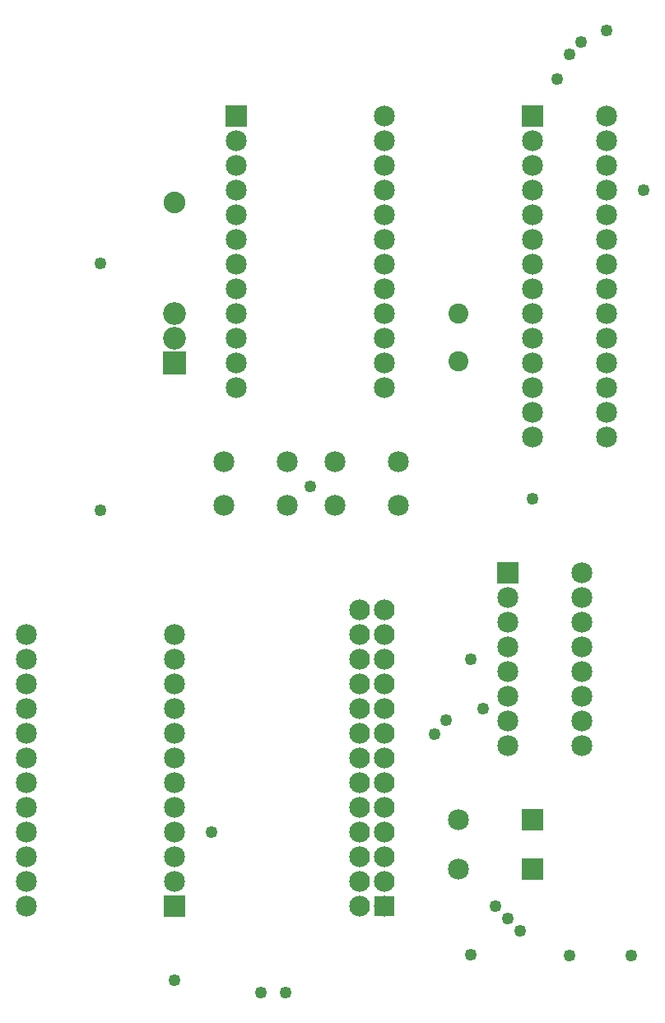
<source format=gts>
G04 MADE WITH FRITZING*
G04 WWW.FRITZING.ORG*
G04 DOUBLE SIDED*
G04 HOLES PLATED*
G04 CONTOUR ON CENTER OF CONTOUR VECTOR*
%ASAXBY*%
%FSLAX23Y23*%
%MOIN*%
%OFA0B0*%
%SFA1.0B1.0*%
%ADD10C,0.084000*%
%ADD11C,0.085000*%
%ADD12C,0.092000*%
%ADD13C,0.088000*%
%ADD14C,0.080925*%
%ADD15C,0.080866*%
%ADD16C,0.049370*%
%ADD17R,0.084000X0.084000*%
%ADD18R,0.085000X0.085000*%
%ADD19R,0.092000X0.092000*%
%LNMASK1*%
G90*
G70*
G54D10*
X1514Y521D03*
X1514Y621D03*
X1514Y721D03*
X1514Y821D03*
X1514Y921D03*
X1514Y1021D03*
X1514Y1121D03*
X1514Y1221D03*
X1514Y1321D03*
X1514Y1421D03*
X1514Y1521D03*
X1514Y1621D03*
X1514Y1721D03*
X1614Y521D03*
X1614Y621D03*
X1614Y721D03*
X1614Y821D03*
X1614Y921D03*
X1614Y1021D03*
X1614Y1121D03*
X1614Y1221D03*
X1614Y1321D03*
X1614Y1421D03*
X1614Y1521D03*
X1614Y1621D03*
X1614Y1721D03*
G54D11*
X2214Y3721D03*
X2514Y3721D03*
X2214Y3621D03*
X2514Y3621D03*
X2214Y3521D03*
X2514Y3521D03*
X2214Y3421D03*
X2514Y3421D03*
X2214Y3321D03*
X2514Y3321D03*
X2214Y3221D03*
X2514Y3221D03*
X2214Y3121D03*
X2514Y3121D03*
X2214Y3021D03*
X2514Y3021D03*
X2214Y2921D03*
X2514Y2921D03*
X2214Y2821D03*
X2514Y2821D03*
X2214Y2721D03*
X2514Y2721D03*
X2214Y2621D03*
X2514Y2621D03*
X2214Y2521D03*
X2514Y2521D03*
X2214Y2421D03*
X2514Y2421D03*
X1014Y3721D03*
X1614Y3721D03*
X1014Y3621D03*
X1614Y3621D03*
X1014Y3521D03*
X1614Y3521D03*
X1014Y3421D03*
X1614Y3421D03*
X1014Y3321D03*
X1614Y3321D03*
X1014Y3221D03*
X1614Y3221D03*
X1014Y3121D03*
X1614Y3121D03*
X1014Y3021D03*
X1614Y3021D03*
X1014Y2921D03*
X1614Y2921D03*
X1014Y2821D03*
X1614Y2821D03*
X1014Y2721D03*
X1614Y2721D03*
X1014Y2621D03*
X1614Y2621D03*
X764Y521D03*
X164Y521D03*
X764Y621D03*
X164Y621D03*
X764Y721D03*
X164Y721D03*
X764Y821D03*
X164Y821D03*
X764Y921D03*
X164Y921D03*
X764Y1021D03*
X164Y1021D03*
X764Y1121D03*
X164Y1121D03*
X764Y1221D03*
X164Y1221D03*
X764Y1321D03*
X164Y1321D03*
X764Y1421D03*
X164Y1421D03*
X764Y1521D03*
X164Y1521D03*
X764Y1621D03*
X164Y1621D03*
G54D12*
X764Y2721D03*
X764Y2821D03*
X764Y2921D03*
G54D13*
X764Y3371D03*
G54D14*
X1914Y2728D03*
G54D15*
X1914Y2921D03*
G54D11*
X2114Y1871D03*
X2414Y1871D03*
X2114Y1771D03*
X2414Y1771D03*
X2114Y1671D03*
X2414Y1671D03*
X2114Y1571D03*
X2414Y1571D03*
X2114Y1471D03*
X2414Y1471D03*
X2114Y1371D03*
X2414Y1371D03*
X2114Y1271D03*
X2414Y1271D03*
X2114Y1171D03*
X2414Y1171D03*
G54D16*
X914Y821D03*
X1964Y1521D03*
X2014Y1321D03*
X764Y221D03*
X2064Y521D03*
X2164Y421D03*
X1114Y171D03*
X1214Y171D03*
X2412Y4021D03*
X2314Y3871D03*
G54D11*
X1670Y2144D03*
X1414Y2144D03*
X1670Y2321D03*
X1414Y2321D03*
X1220Y2144D03*
X964Y2144D03*
X1220Y2321D03*
X964Y2321D03*
X2214Y671D03*
X1914Y671D03*
X2214Y871D03*
X1914Y871D03*
G54D16*
X2114Y471D03*
X2214Y2171D03*
X1816Y1219D03*
X1314Y2221D03*
X1865Y1273D03*
X2363Y3972D03*
X1963Y323D03*
X2364Y321D03*
X2614Y321D03*
X2664Y3421D03*
X2514Y4069D03*
X464Y2124D03*
X464Y3124D03*
G54D17*
X1614Y521D03*
G54D18*
X2214Y3721D03*
X1014Y3721D03*
X764Y521D03*
G54D19*
X764Y2721D03*
G54D18*
X2114Y1871D03*
X2214Y671D03*
X2214Y871D03*
G04 End of Mask1*
M02*
</source>
